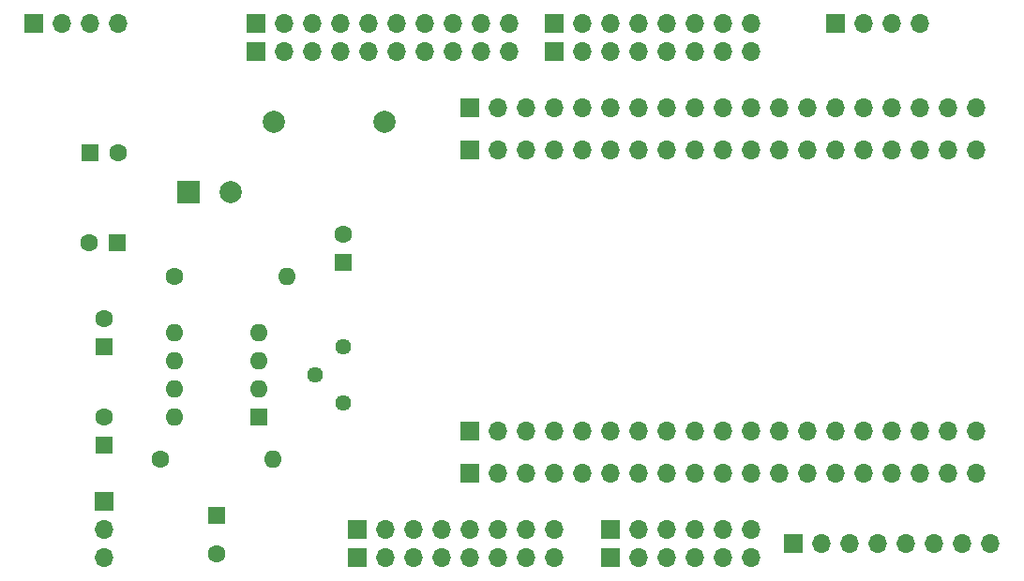
<source format=gbr>
%TF.GenerationSoftware,KiCad,Pcbnew,8.0.8*%
%TF.CreationDate,2025-03-25T01:40:29-04:00*%
%TF.ProjectId,SmartValvePCBv2,536d6172-7456-4616-9c76-655043427632,rev?*%
%TF.SameCoordinates,Original*%
%TF.FileFunction,Soldermask,Bot*%
%TF.FilePolarity,Negative*%
%FSLAX46Y46*%
G04 Gerber Fmt 4.6, Leading zero omitted, Abs format (unit mm)*
G04 Created by KiCad (PCBNEW 8.0.8) date 2025-03-25 01:40:29*
%MOMM*%
%LPD*%
G01*
G04 APERTURE LIST*
%ADD10R,1.700000X1.700000*%
%ADD11O,1.700000X1.700000*%
%ADD12C,1.440000*%
%ADD13R,1.600000X1.600000*%
%ADD14C,1.600000*%
%ADD15O,1.600000X1.600000*%
%ADD16C,2.000000*%
%ADD17R,2.000000X2.000000*%
G04 APERTURE END LIST*
D10*
%TO.C,J1*%
X127940000Y-97460000D03*
D11*
X130480000Y-97460000D03*
X133020000Y-97460000D03*
X135560000Y-97460000D03*
X138100000Y-97460000D03*
X140640000Y-97460000D03*
X143180000Y-97460000D03*
X145720000Y-97460000D03*
%TD*%
D10*
%TO.C,J3*%
X150800000Y-97460000D03*
D11*
X153340000Y-97460000D03*
X155880000Y-97460000D03*
X158420000Y-97460000D03*
X160960000Y-97460000D03*
X163500000Y-97460000D03*
%TD*%
D10*
%TO.C,J2*%
X118796000Y-49200000D03*
D11*
X121336000Y-49200000D03*
X123876000Y-49200000D03*
X126416000Y-49200000D03*
X128956000Y-49200000D03*
X131496000Y-49200000D03*
X134036000Y-49200000D03*
X136576000Y-49200000D03*
X139116000Y-49200000D03*
X141656000Y-49200000D03*
%TD*%
D10*
%TO.C,J4*%
X145720000Y-49200000D03*
D11*
X148260000Y-49200000D03*
X150800000Y-49200000D03*
X153340000Y-49200000D03*
X155880000Y-49200000D03*
X158420000Y-49200000D03*
X160960000Y-49200000D03*
X163500000Y-49200000D03*
%TD*%
D12*
%TO.C,Pot1*%
X126655000Y-78410000D03*
X124115000Y-80950000D03*
X126655000Y-83490000D03*
%TD*%
D10*
%TO.C,J9-ESP32*%
X138100000Y-86030000D03*
D11*
X140640000Y-86030000D03*
X143180000Y-86030000D03*
X145720000Y-86030000D03*
X148260000Y-86030000D03*
X150800000Y-86030000D03*
X153340000Y-86030000D03*
X155880000Y-86030000D03*
X158420000Y-86030000D03*
X160960000Y-86030000D03*
X163500000Y-86030000D03*
X166040000Y-86030000D03*
X168580000Y-86030000D03*
X171120000Y-86030000D03*
X173660000Y-86030000D03*
X176200000Y-86030000D03*
X178740000Y-86030000D03*
X181280000Y-86030000D03*
X183820000Y-86030000D03*
%TD*%
D13*
%TO.C,C5*%
X103810000Y-60884000D03*
D14*
X106310000Y-60884000D03*
%TD*%
D10*
%TO.C,J10-ESP32-2*%
X138100000Y-56820000D03*
D11*
X140640000Y-56820000D03*
X143180000Y-56820000D03*
X145720000Y-56820000D03*
X148260000Y-56820000D03*
X150800000Y-56820000D03*
X153340000Y-56820000D03*
X155880000Y-56820000D03*
X158420000Y-56820000D03*
X160960000Y-56820000D03*
X163500000Y-56820000D03*
X166040000Y-56820000D03*
X168580000Y-56820000D03*
X171120000Y-56820000D03*
X173660000Y-56820000D03*
X176200000Y-56820000D03*
X178740000Y-56820000D03*
X181280000Y-56820000D03*
X183820000Y-56820000D03*
%TD*%
D13*
%TO.C,C3*%
X126670000Y-70790000D03*
D14*
X126670000Y-68290000D03*
%TD*%
D10*
%TO.C,J10-Servo1*%
X105080000Y-92395000D03*
D11*
X105080000Y-94935000D03*
X105080000Y-97475000D03*
%TD*%
D10*
%TO.C,J9-DEV-14495*%
X98730000Y-49200000D03*
D11*
X101270000Y-49200000D03*
X103810000Y-49200000D03*
X106350000Y-49200000D03*
%TD*%
D10*
%TO.C,J10-ESP32*%
X138100000Y-60630000D03*
D11*
X140640000Y-60630000D03*
X143180000Y-60630000D03*
X145720000Y-60630000D03*
X148260000Y-60630000D03*
X150800000Y-60630000D03*
X153340000Y-60630000D03*
X155880000Y-60630000D03*
X158420000Y-60630000D03*
X160960000Y-60630000D03*
X163500000Y-60630000D03*
X166040000Y-60630000D03*
X168580000Y-60630000D03*
X171120000Y-60630000D03*
X173660000Y-60630000D03*
X176200000Y-60630000D03*
X178740000Y-60630000D03*
X181280000Y-60630000D03*
X183820000Y-60630000D03*
%TD*%
D13*
%TO.C,C6*%
X106241395Y-69012000D03*
D14*
X103741395Y-69012000D03*
%TD*%
D10*
%TO.C,J12-RGB1*%
X171130000Y-49200000D03*
D11*
X173670000Y-49200000D03*
X176210000Y-49200000D03*
X178750000Y-49200000D03*
%TD*%
D14*
%TO.C,R1*%
X110160000Y-88570000D03*
D15*
X120320000Y-88570000D03*
%TD*%
D10*
%TO.C,J8*%
X145720000Y-51740000D03*
D11*
X148260000Y-51740000D03*
X150800000Y-51740000D03*
X153340000Y-51740000D03*
X155880000Y-51740000D03*
X158420000Y-51740000D03*
X160960000Y-51740000D03*
X163500000Y-51740000D03*
%TD*%
D13*
%TO.C,C4*%
X105080000Y-78410000D03*
D14*
X105080000Y-75910000D03*
%TD*%
D10*
%TO.C,J9-ESP32-2*%
X138100000Y-89840000D03*
D11*
X140640000Y-89840000D03*
X143180000Y-89840000D03*
X145720000Y-89840000D03*
X148260000Y-89840000D03*
X150800000Y-89840000D03*
X153340000Y-89840000D03*
X155880000Y-89840000D03*
X158420000Y-89840000D03*
X160960000Y-89840000D03*
X163500000Y-89840000D03*
X166040000Y-89840000D03*
X168580000Y-89840000D03*
X171120000Y-89840000D03*
X173660000Y-89840000D03*
X176200000Y-89840000D03*
X178740000Y-89840000D03*
X181280000Y-89840000D03*
X183820000Y-89840000D03*
%TD*%
D16*
%TO.C,LS1*%
X120400000Y-58090000D03*
X130400000Y-58090000D03*
%TD*%
D10*
%TO.C,J6*%
X118803562Y-51722042D03*
D11*
X121343562Y-51722042D03*
X123883562Y-51722042D03*
X126423562Y-51722042D03*
X128963562Y-51722042D03*
X131503562Y-51722042D03*
X134043562Y-51722042D03*
X136583562Y-51722042D03*
X139123562Y-51722042D03*
X141663562Y-51722042D03*
%TD*%
D14*
%TO.C,R2*%
X111430000Y-72060000D03*
D15*
X121590000Y-72060000D03*
%TD*%
D17*
%TO.C,C2*%
X112700000Y-64440000D03*
D16*
X116500000Y-64440000D03*
%TD*%
D13*
%TO.C,U1*%
X119040000Y-84750000D03*
D15*
X119040000Y-82210000D03*
X119040000Y-79670000D03*
X119040000Y-77130000D03*
X111420000Y-77130000D03*
X111420000Y-79670000D03*
X111420000Y-82210000D03*
X111420000Y-84750000D03*
%TD*%
D10*
%TO.C,J5*%
X127960000Y-94920000D03*
D11*
X130500000Y-94920000D03*
X133040000Y-94920000D03*
X135580000Y-94920000D03*
X138120000Y-94920000D03*
X140660000Y-94920000D03*
X143200000Y-94920000D03*
X145740000Y-94920000D03*
%TD*%
D10*
%TO.C,J7*%
X150800000Y-94920000D03*
D11*
X153340000Y-94920000D03*
X155880000Y-94920000D03*
X158420000Y-94920000D03*
X160960000Y-94920000D03*
X163500000Y-94920000D03*
%TD*%
D13*
%TO.C,C1*%
X105080000Y-87300000D03*
D14*
X105080000Y-84800000D03*
%TD*%
D13*
%TO.C,C1_Servo1*%
X115240000Y-93650000D03*
D14*
X115240000Y-97150000D03*
%TD*%
D10*
%TO.C,J11-USBC1*%
X167310000Y-96190000D03*
D11*
X169850000Y-96190000D03*
X172390000Y-96190000D03*
X174930000Y-96190000D03*
X177470000Y-96190000D03*
X180010000Y-96190000D03*
X182550000Y-96190000D03*
X185090000Y-96190000D03*
%TD*%
M02*

</source>
